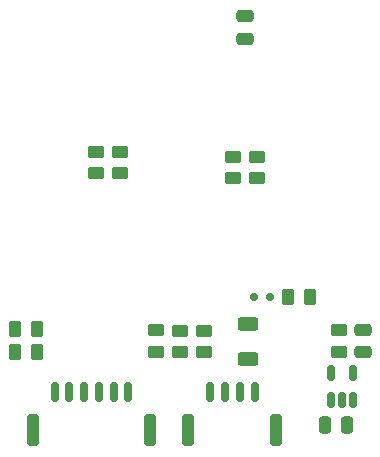
<source format=gbr>
%TF.GenerationSoftware,KiCad,Pcbnew,8.0.4+1*%
%TF.CreationDate,2024-10-18T12:55:20+00:00*%
%TF.ProjectId,TFGPSLITE01,54464750-534c-4495-9445-30312e6b6963,rev?*%
%TF.SameCoordinates,Original*%
%TF.FileFunction,Paste,Bot*%
%TF.FilePolarity,Positive*%
%FSLAX46Y46*%
G04 Gerber Fmt 4.6, Leading zero omitted, Abs format (unit mm)*
G04 Created by KiCad (PCBNEW 8.0.4+1) date 2024-10-18 12:55:20*
%MOMM*%
%LPD*%
G01*
G04 APERTURE LIST*
G04 Aperture macros list*
%AMRoundRect*
0 Rectangle with rounded corners*
0 $1 Rounding radius*
0 $2 $3 $4 $5 $6 $7 $8 $9 X,Y pos of 4 corners*
0 Add a 4 corners polygon primitive as box body*
4,1,4,$2,$3,$4,$5,$6,$7,$8,$9,$2,$3,0*
0 Add four circle primitives for the rounded corners*
1,1,$1+$1,$2,$3*
1,1,$1+$1,$4,$5*
1,1,$1+$1,$6,$7*
1,1,$1+$1,$8,$9*
0 Add four rect primitives between the rounded corners*
20,1,$1+$1,$2,$3,$4,$5,0*
20,1,$1+$1,$4,$5,$6,$7,0*
20,1,$1+$1,$6,$7,$8,$9,0*
20,1,$1+$1,$8,$9,$2,$3,0*%
G04 Aperture macros list end*
%ADD10RoundRect,0.250000X-0.450000X0.262500X-0.450000X-0.262500X0.450000X-0.262500X0.450000X0.262500X0*%
%ADD11RoundRect,0.250000X0.450000X-0.262500X0.450000X0.262500X-0.450000X0.262500X-0.450000X-0.262500X0*%
%ADD12RoundRect,0.250000X0.262500X0.450000X-0.262500X0.450000X-0.262500X-0.450000X0.262500X-0.450000X0*%
%ADD13RoundRect,0.150000X0.150000X-0.512500X0.150000X0.512500X-0.150000X0.512500X-0.150000X-0.512500X0*%
%ADD14RoundRect,0.250000X0.475000X-0.250000X0.475000X0.250000X-0.475000X0.250000X-0.475000X-0.250000X0*%
%ADD15RoundRect,0.250000X-0.262500X-0.450000X0.262500X-0.450000X0.262500X0.450000X-0.262500X0.450000X0*%
%ADD16RoundRect,0.150000X0.150000X0.200000X-0.150000X0.200000X-0.150000X-0.200000X0.150000X-0.200000X0*%
%ADD17RoundRect,0.250000X-0.250000X-0.475000X0.250000X-0.475000X0.250000X0.475000X-0.250000X0.475000X0*%
%ADD18RoundRect,0.150000X0.150000X0.700000X-0.150000X0.700000X-0.150000X-0.700000X0.150000X-0.700000X0*%
%ADD19RoundRect,0.250000X0.250000X1.100000X-0.250000X1.100000X-0.250000X-1.100000X0.250000X-1.100000X0*%
%ADD20RoundRect,0.250000X-0.625000X0.312500X-0.625000X-0.312500X0.625000X-0.312500X0.625000X0.312500X0*%
G04 APERTURE END LIST*
D10*
%TO.C,R2*%
X129500000Y-99907500D03*
X129500000Y-101732500D03*
%TD*%
D11*
%TO.C,R9*%
X138690000Y-116892500D03*
X138690000Y-115067500D03*
%TD*%
%TO.C,R6*%
X143130000Y-102142500D03*
X143130000Y-100317500D03*
%TD*%
%TO.C,R5*%
X141100000Y-102132500D03*
X141100000Y-100307500D03*
%TD*%
D10*
%TO.C,R3*%
X131510000Y-99907500D03*
X131510000Y-101732500D03*
%TD*%
D12*
%TO.C,R1*%
X147592500Y-112230000D03*
X145767500Y-112230000D03*
%TD*%
D13*
%TO.C,U1*%
X151302500Y-120922500D03*
X150352500Y-120922500D03*
X149402500Y-120922500D03*
X149402500Y-118647500D03*
X151302500Y-118647500D03*
%TD*%
D14*
%TO.C,C1*%
X142140000Y-90330000D03*
X142140000Y-88430000D03*
%TD*%
D11*
%TO.C,R10*%
X136660000Y-116882500D03*
X136660000Y-115057500D03*
%TD*%
D15*
%TO.C,R7*%
X122667500Y-116870000D03*
X124492500Y-116870000D03*
%TD*%
D10*
%TO.C,R4*%
X134620000Y-115027500D03*
X134620000Y-116852500D03*
%TD*%
D14*
%TO.C,C4*%
X152090000Y-116895000D03*
X152090000Y-114995000D03*
%TD*%
D16*
%TO.C,D1*%
X142857500Y-112180000D03*
X144257500Y-112180000D03*
%TD*%
D17*
%TO.C,C3*%
X148872500Y-123045000D03*
X150772500Y-123045000D03*
%TD*%
D18*
%TO.C,J1*%
X132265000Y-120230000D03*
X131015000Y-120230000D03*
X129765000Y-120230000D03*
X128515000Y-120230000D03*
X127265000Y-120230000D03*
X126015000Y-120230000D03*
D19*
X134115000Y-123430000D03*
X124165000Y-123430000D03*
%TD*%
D15*
%TO.C,R8*%
X122677500Y-114870000D03*
X124502500Y-114870000D03*
%TD*%
D18*
%TO.C,J2*%
X142945000Y-120270000D03*
X141695000Y-120270000D03*
X140445000Y-120270000D03*
X139195000Y-120270000D03*
D19*
X144795000Y-123470000D03*
X137345000Y-123470000D03*
%TD*%
D20*
%TO.C,C2*%
X142400000Y-114507500D03*
X142400000Y-117432500D03*
%TD*%
D11*
%TO.C,R11*%
X150070000Y-116837500D03*
X150070000Y-115012500D03*
%TD*%
M02*

</source>
